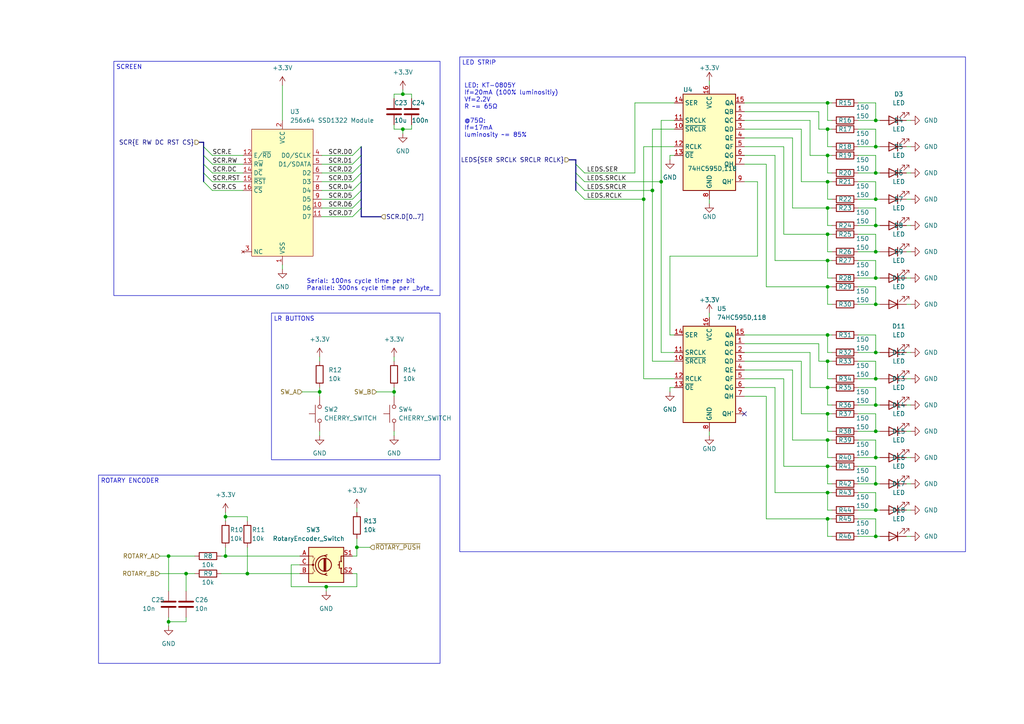
<source format=kicad_sch>
(kicad_sch (version 20230121) (generator eeschema)
  (paper "A4")
  (title_block (title "SBC MMI") (date "2023-10-30"))
  (lib_symbols
    (symbol "74xx:74HC595"
      (property "Reference" "U" (at -7.62 13.97 0))
      (property "Value" "74HC595" (at -7.62 -16.51 0))
      (symbol "74HC595_1_0"
        (pin tri_state line (at 10.16 7.62 180) (length 2.54) (name "QB") (number "1"))
        (pin input line (at -10.16 2.54 0) (length 2.54) (name "~{SRCLR}") (number "10"))
        (pin input line (at -10.16 5.08 0) (length 2.54) (name "SRCLK") (number "11"))
        (pin input line (at -10.16 -2.54 0) (length 2.54) (name "RCLK") (number "12"))
        (pin input line (at -10.16 -5.08 0) (length 2.54) (name "~{OE}") (number "13"))
        (pin input line (at -10.16 10.16 0) (length 2.54) (name "SER") (number "14"))
        (pin tri_state line (at 10.16 10.16 180) (length 2.54) (name "QA") (number "15"))
        (pin power_in line (at 0 15.24 270) (length 2.54) (name "VCC") (number "16"))
        (pin tri_state line (at 10.16 5.08 180) (length 2.54) (name "QC") (number "2"))
        (pin tri_state line (at 10.16 2.54 180) (length 2.54) (name "QD") (number "3"))
        (pin tri_state line (at 10.16 0 180) (length 2.54) (name "QE") (number "4"))
        (pin tri_state line (at 10.16 -2.54 180) (length 2.54) (name "QF") (number "5"))
        (pin tri_state line (at 10.16 -5.08 180) (length 2.54) (name "QG") (number "6"))
        (pin tri_state line (at 10.16 -7.62 180) (length 2.54) (name "QH") (number "7"))
        (pin power_in line (at 0 -17.78 90) (length 2.54) (name "GND") (number "8"))
        (pin output line (at 10.16 -12.7 180) (length 2.54) (name "QH'") (number "9"))
      )
      (symbol "74HC595_1_1"
        (rectangle (start -7.62 12.7) (end 7.62 -15.24) (stroke (width 0.254)) (fill (type background)))
      )
    )
    (symbol "Device:C" (pin_numbers hide) (pin_names (offset 0.254))
      (property "Reference" "C" (at 0.635 2.54 0))
      (property "Value" "C" (at 0.635 -2.54 0))
      (symbol "C_0_1"
        (polyline (pts (xy -2.032 -0.762) (xy 2.032 -0.762)) (stroke (width 0.508)))
        (polyline (pts (xy -2.032 0.762) (xy 2.032 0.762)) (stroke (width 0.508)))
      )
      (symbol "C_1_1"
        (pin passive line (at 0 3.81 270) (length 2.794) (name "~") (number "1"))
        (pin passive line (at 0 -3.81 90) (length 2.794) (name "~") (number "2"))
      )
    )
    (symbol "Device:LED" (pin_numbers hide) (pin_names (offset 1.016) hide)
      (property "Reference" "D" (at 0 2.54 0))
      (property "Value" "LED" (at 0 -2.54 0))
      (symbol "LED_0_1"
        (polyline (pts (xy -1.27 -1.27) (xy -1.27 1.27)) (stroke (width 0.254)))
        (polyline (pts (xy -1.27 0) (xy 1.27 0)))
        (polyline (pts (xy 1.27 -1.27) (xy 1.27 1.27) (xy -1.27 0) (xy 1.27 -1.27)) (stroke (width 0.254)))
        (polyline (pts (xy -3.048 -0.762) (xy -4.572 -2.286) (xy -3.81 -2.286) (xy -4.572 -2.286) (xy -4.572 -1.524)))
        (polyline (pts (xy -1.778 -0.762) (xy -3.302 -2.286) (xy -2.54 -2.286) (xy -3.302 -2.286) (xy -3.302 -1.524)))
      )
      (symbol "LED_1_1"
        (pin passive line (at -3.81 0 0) (length 2.54) (name "K") (number "1"))
        (pin passive line (at 3.81 0 180) (length 2.54) (name "A") (number "2"))
      )
    )
    (symbol "Device:R" (pin_numbers hide) (pin_names (offset 0))
      (property "Reference" "R" (at 2.032 0 90))
      (property "Value" "R" (at 0 0 90))
      (symbol "R_0_1"
        (rectangle (start -1.016 -2.54) (end 1.016 2.54) (stroke (width 0.254)))
      )
      (symbol "R_1_1"
        (pin passive line (at 0 3.81 270) (length 1.27) (name "~") (number "1"))
        (pin passive line (at 0 -3.81 90) (length 1.27) (name "~") (number "2"))
      )
    )
    (symbol "Device:RotaryEncoder_Switch" (pin_names (offset 0.254) hide)
      (property "Reference" "SW" (at 0 6.604 0))
      (property "Value" "RotaryEncoder_Switch" (at 0 -6.604 0))
      (symbol "RotaryEncoder_Switch_0_1"
        (rectangle (start -5.08 5.08) (end 5.08 -5.08) (stroke (width 0.254)) (fill (type background)))
        (circle (center -3.81 0) (radius 0.254) (fill (type outline)))
        (circle (center -0.381 0) (radius 1.905) (stroke (width 0.254)))
        (arc (start -0.381 2.667) (mid -3.0988 -0.0635) (end -0.381 -2.794) (stroke (width 0.254)))
        (polyline (pts (xy -0.635 -1.778) (xy -0.635 1.778)) (stroke (width 0.254)))
        (polyline (pts (xy -0.381 -1.778) (xy -0.381 1.778)) (stroke (width 0.254)))
        (polyline (pts (xy -0.127 1.778) (xy -0.127 -1.778)) (stroke (width 0.254)))
        (polyline (pts (xy 3.81 0) (xy 3.429 0)) (stroke (width 0.254)))
        (polyline (pts (xy 3.81 1.016) (xy 3.81 -1.016)) (stroke (width 0.254)))
        (polyline (pts (xy -5.08 -2.54) (xy -3.81 -2.54) (xy -3.81 -2.032)))
        (polyline (pts (xy -5.08 2.54) (xy -3.81 2.54) (xy -3.81 2.032)))
        (polyline (pts (xy 0.254 -3.048) (xy -0.508 -2.794) (xy 0.127 -2.413)) (stroke (width 0.254)))
        (polyline (pts (xy 0.254 2.921) (xy -0.508 2.667) (xy 0.127 2.286)) (stroke (width 0.254)))
        (polyline (pts (xy 5.08 -2.54) (xy 4.318 -2.54) (xy 4.318 -1.016)) (stroke (width 0.254)))
        (polyline (pts (xy 5.08 2.54) (xy 4.318 2.54) (xy 4.318 1.016)) (stroke (width 0.254)))
        (polyline (pts (xy -5.08 0) (xy -3.81 0) (xy -3.81 -1.016) (xy -3.302 -2.032)))
        (polyline (pts (xy -4.318 0) (xy -3.81 0) (xy -3.81 1.016) (xy -3.302 2.032)))
        (circle (center 4.318 -1.016) (radius 0.127) (stroke (width 0.254)))
        (circle (center 4.318 1.016) (radius 0.127) (stroke (width 0.254)))
      )
      (symbol "RotaryEncoder_Switch_1_1"
        (pin passive line (at -7.62 2.54 0) (length 2.54) (name "A") (number "A"))
        (pin passive line (at -7.62 -2.54 0) (length 2.54) (name "B") (number "B"))
        (pin passive line (at -7.62 0 0) (length 2.54) (name "C") (number "C"))
        (pin passive line (at 7.62 2.54 180) (length 2.54) (name "S1") (number "S1"))
        (pin passive line (at 7.62 -2.54 180) (length 2.54) (name "S2") (number "S2"))
      )
    )
    (symbol "Switch:SW_Push" (pin_numbers hide) (pin_names (offset 1.016) hide)
      (property "Reference" "SW" (at 1.27 2.54 0))
      (property "Value" "SW_Push" (at 0 -1.524 0))
      (symbol "SW_Push_0_1"
        (circle (center -2.032 0) (radius 0.508))
        (polyline (pts (xy 0 1.27) (xy 0 3.048)))
        (polyline (pts (xy 2.54 1.27) (xy -2.54 1.27)))
        (circle (center 2.032 0) (radius 0.508))
        (pin passive line (at -5.08 0 0) (length 2.54) (name "1") (number "1"))
        (pin passive line (at 5.08 0 180) (length 2.54) (name "2") (number "2"))
      )
    )
    (symbol "power:+3.3V" (power) (pin_names (offset 0))
      (property "Value" "+3.3V" (at 0 3.556 0))
      (symbol "+3.3V_0_1"
        (polyline (pts (xy -0.762 1.27) (xy 0 2.54)))
        (polyline (pts (xy 0 0) (xy 0 2.54)))
        (polyline (pts (xy 0 2.54) (xy 0.762 1.27)))
      )
      (symbol "+3.3V_1_1"
        (pin power_in line (at 0 0 90) (length 0) hide (name "+3.3V") (number "1"))
      )
    )
    (symbol "power:GND" (power) (pin_names (offset 0))
      (property "Value" "GND" (at 0 -3.81 0))
      (symbol "GND_0_1"
        (polyline (pts (xy 0 0) (xy 0 -1.27) (xy 1.27 -1.27) (xy 0 -2.54) (xy -1.27 -1.27) (xy 0 -1.27)))
      )
      (symbol "GND_1_1"
        (pin power_in line (at 0 0 270) (length 0) hide (name "GND") (number "1"))
      )
    )
    (symbol "sbc_library:module_oled_SSD1322"
      (property "Reference" "U" (at -7.62 19.05 0))
      (property "Value" "256x64 SSD1322 Module" (at -2.54 -5.08 90))
      (symbol "module_oled_SSD1322_1_1"
        (rectangle (start -8.89 17.78) (end 8.89 -19.05) (fill (type background)))
        (pin power_in line (at 0 -21.59 90) (length 2.54) (name "VSS") (number "1"))
        (pin bidirectional line (at 11.43 -5.08 180) (length 2.54) (name "D6") (number "10"))
        (pin bidirectional line (at 11.43 -7.62 180) (length 2.54) (name "D7") (number "11"))
        (pin bidirectional line (at -11.43 10.16 0) (length 2.54) (name "E/~{RD}") (number "12"))
        (pin bidirectional line (at -11.43 7.62 0) (length 2.54) (name "R~{W}") (number "13"))
        (pin bidirectional line (at -11.43 5.08 0) (length 2.54) (name "D~{C}") (number "14"))
        (pin bidirectional line (at -11.43 2.54 0) (length 2.54) (name "~{RST}") (number "15"))
        (pin bidirectional line (at -11.43 0 0) (length 2.54) (name "~{CS}") (number "16"))
        (pin power_in line (at 0 20.32 270) (length 2.54) (name "VCC") (number "2"))
        (pin no_connect line (at -11.43 -17.78 0) (length 2.54) (name "NC") (number "3"))
        (pin bidirectional line (at 11.43 10.16 180) (length 2.54) (name "D0/SCLK") (number "4"))
        (pin bidirectional line (at 11.43 7.62 180) (length 2.54) (name "D1/SDATA") (number "5"))
        (pin bidirectional line (at 11.43 5.08 180) (length 2.54) (name "D2") (number "6"))
        (pin bidirectional line (at 11.43 2.54 180) (length 2.54) (name "D3") (number "7"))
        (pin bidirectional line (at 11.43 0 180) (length 2.54) (name "D4") (number "8"))
        (pin bidirectional line (at 11.43 -2.54 180) (length 2.54) (name "D5") (number "9"))
      )
    )
  )
  (junction (at 240.03 75.565))
  (junction (at 240.03 67.945))
  (junction (at 240.03 142.875))
  (junction (at 254 109.855))
  (junction (at 240.03 52.705))
  (junction (at 240.03 120.015))
  (junction (at 240.03 60.325))
  (junction (at 254 132.715))
  (junction (at 92.71 113.665))
  (junction (at 191.77 52.705))
  (junction (at 254 155.575))
  (junction (at 254 125.095))
  (junction (at 254 57.785))
  (junction (at 53.975 166.37))
  (junction (at 48.895 161.29))
  (junction (at 240.03 150.495))
  (junction (at 254 102.235))
  (junction (at 240.03 112.395))
  (junction (at 254 80.645))
  (junction (at 114.3 113.665))
  (junction (at 71.755 166.37))
  (junction (at 189.23 55.245))
  (junction (at 254 42.545))
  (junction (at 240.03 135.255))
  (junction (at 94.615 170.18))
  (junction (at 254 50.165))
  (junction (at 240.03 29.845))
  (junction (at 254 73.025))
  (junction (at 240.03 127.635))
  (junction (at 116.84 27.305))
  (junction (at 254 117.475))
  (junction (at 240.03 97.155))
  (junction (at 240.03 37.465))
  (junction (at 254 34.925))
  (junction (at 240.03 104.775))
  (junction (at 65.405 149.86))
  (junction (at 254 147.955))
  (junction (at 240.03 83.185))
  (junction (at 186.69 57.785))
  (junction (at 65.405 161.29))
  (junction (at 254 88.265))
  (junction (at 254 140.335))
  (junction (at 116.84 37.465))
  (junction (at 48.895 180.34))
  (junction (at 103.505 158.75))
  (junction (at 254 65.405))
  (junction (at 240.03 45.085))
  (no_connect (at 215.9 120.015))
  (bus_entry (at 104.775 55.245) (size -2.54 2.54))
  (bus_entry (at 104.775 52.705) (size -2.54 2.54))
  (bus_entry (at 167.005 47.625) (size 2.54 2.54))
  (bus_entry (at 104.775 47.625) (size -2.54 2.54))
  (bus_entry (at 104.775 45.085) (size -2.54 2.54))
  (bus_entry (at 104.775 42.545) (size -2.54 2.54))
  (bus_entry (at 167.005 55.245) (size 2.54 2.54))
  (bus_entry (at 104.775 50.165) (size -2.54 2.54))
  (bus_entry (at 167.005 50.165) (size 2.54 2.54))
  (bus_entry (at 59.055 50.165) (size 2.54 2.54))
  (bus_entry (at 59.055 52.705) (size 2.54 2.54))
  (bus_entry (at 104.775 60.325) (size -2.54 2.54))
  (bus_entry (at 167.005 52.705) (size 2.54 2.54))
  (bus_entry (at 59.055 45.085) (size 2.54 2.54))
  (bus_entry (at 59.055 42.545) (size 2.54 2.54))
  (bus_entry (at 104.775 57.785) (size -2.54 2.54))
  (bus_entry (at 59.055 47.625) (size 2.54 2.54))
  (wire (pts (xy 215.9 52.705) (xy 219.71 52.705)))
  (wire (pts (xy 191.77 102.235) (xy 191.77 52.705)))
  (wire (pts (xy 262.89 80.645) (xy 264.16 80.645)))
  (wire (pts (xy 254 147.955) (xy 255.27 147.955)))
  (wire (pts (xy 254 140.335) (xy 248.92 140.335)))
  (bus (pts (xy 167.005 50.165) (xy 167.005 47.625)))
  (wire (pts (xy 65.405 149.86) (xy 71.755 149.86)))
  (wire (pts (xy 232.41 104.775) (xy 232.41 120.015)))
  (wire (pts (xy 254 127.635) (xy 254 132.715)))
  (wire (pts (xy 229.87 127.635) (xy 240.03 127.635)))
  (bus (pts (xy 104.775 57.785) (xy 104.775 55.245)))
  (wire (pts (xy 194.31 46.355) (xy 194.31 45.085)))
  (wire (pts (xy 103.505 158.75) (xy 107.315 158.75)))
  (wire (pts (xy 215.9 40.005) (xy 229.87 40.005)))
  (bus (pts (xy 59.055 50.165) (xy 59.055 52.705)))
  (wire (pts (xy 262.89 155.575) (xy 264.16 155.575)))
  (wire (pts (xy 189.23 104.775) (xy 189.23 55.245)))
  (wire (pts (xy 262.89 57.785) (xy 264.16 57.785)))
  (wire (pts (xy 232.41 120.015) (xy 240.03 120.015)))
  (wire (pts (xy 186.69 42.545) (xy 195.58 42.545)))
  (wire (pts (xy 227.33 67.945) (xy 240.03 67.945)))
  (wire (pts (xy 254 117.475) (xy 248.92 117.475)))
  (wire (pts (xy 81.915 76.835) (xy 81.915 78.105)))
  (wire (pts (xy 254 104.775) (xy 254 109.855)))
  (wire (pts (xy 222.25 83.185) (xy 240.03 83.185)))
  (wire (pts (xy 254 155.575) (xy 248.92 155.575)))
  (wire (pts (xy 240.03 73.025) (xy 240.03 67.945)))
  (wire (pts (xy 248.92 127.635) (xy 254 127.635)))
  (wire (pts (xy 240.03 102.235) (xy 240.03 97.155)))
  (wire (pts (xy 234.95 34.925) (xy 234.95 45.085)))
  (wire (pts (xy 215.9 109.855) (xy 227.33 109.855)))
  (wire (pts (xy 103.505 166.37) (xy 103.505 170.18)))
  (bus (pts (xy 59.055 42.545) (xy 59.055 41.275)))
  (wire (pts (xy 48.895 161.29) (xy 56.515 161.29)))
  (wire (pts (xy 232.41 52.705) (xy 240.03 52.705)))
  (wire (pts (xy 248.92 52.705) (xy 254 52.705)))
  (wire (pts (xy 169.545 55.245) (xy 189.23 55.245)))
  (wire (pts (xy 46.355 166.37) (xy 53.975 166.37)))
  (wire (pts (xy 262.89 50.165) (xy 264.16 50.165)))
  (wire (pts (xy 116.84 26.035) (xy 116.84 27.305)))
  (wire (pts (xy 240.03 125.095) (xy 241.3 125.095)))
  (wire (pts (xy 254 155.575) (xy 255.27 155.575)))
  (wire (pts (xy 254 67.945) (xy 254 73.025)))
  (wire (pts (xy 240.03 125.095) (xy 240.03 120.015)))
  (wire (pts (xy 254 80.645) (xy 255.27 80.645)))
  (wire (pts (xy 240.03 42.545) (xy 240.03 37.465)))
  (wire (pts (xy 240.03 60.325) (xy 241.3 60.325)))
  (wire (pts (xy 169.545 50.165) (xy 184.15 50.165)))
  (wire (pts (xy 94.615 170.18) (xy 94.615 171.45)))
  (wire (pts (xy 114.3 125.095) (xy 114.3 126.365)))
  (wire (pts (xy 103.505 158.75) (xy 103.505 156.21)))
  (wire (pts (xy 227.33 109.855) (xy 227.33 135.255)))
  (wire (pts (xy 240.03 34.925) (xy 241.3 34.925)))
  (wire (pts (xy 262.89 88.265) (xy 264.16 88.265)))
  (wire (pts (xy 186.69 57.785) (xy 186.69 42.545)))
  (wire (pts (xy 71.755 158.75) (xy 71.755 166.37)))
  (wire (pts (xy 71.755 166.37) (xy 86.995 166.37)))
  (wire (pts (xy 114.3 37.465) (xy 116.84 37.465)))
  (wire (pts (xy 93.345 60.325) (xy 102.235 60.325)))
  (wire (pts (xy 240.03 88.265) (xy 240.03 83.185)))
  (wire (pts (xy 195.58 104.775) (xy 189.23 104.775)))
  (wire (pts (xy 248.92 120.015) (xy 254 120.015)))
  (wire (pts (xy 254 42.545) (xy 255.27 42.545)))
  (bus (pts (xy 59.055 45.085) (xy 59.055 47.625)))
  (wire (pts (xy 240.03 80.645) (xy 241.3 80.645)))
  (wire (pts (xy 240.03 29.845) (xy 241.3 29.845)))
  (wire (pts (xy 254 109.855) (xy 255.27 109.855)))
  (wire (pts (xy 248.92 112.395) (xy 254 112.395)))
  (wire (pts (xy 254 88.265) (xy 255.27 88.265)))
  (wire (pts (xy 94.615 170.18) (xy 103.505 170.18)))
  (wire (pts (xy 205.74 90.805) (xy 205.74 92.075)))
  (wire (pts (xy 215.9 29.845) (xy 240.03 29.845)))
  (wire (pts (xy 195.58 102.235) (xy 191.77 102.235)))
  (wire (pts (xy 194.31 45.085) (xy 195.58 45.085)))
  (wire (pts (xy 240.03 142.875) (xy 241.3 142.875)))
  (wire (pts (xy 248.92 37.465) (xy 254 37.465)))
  (wire (pts (xy 93.345 55.245) (xy 102.235 55.245)))
  (wire (pts (xy 53.975 166.37) (xy 53.975 171.45)))
  (wire (pts (xy 93.345 45.085) (xy 102.235 45.085)))
  (wire (pts (xy 254 140.335) (xy 255.27 140.335)))
  (wire (pts (xy 254 150.495) (xy 254 155.575)))
  (wire (pts (xy 248.92 75.565) (xy 254 75.565)))
  (bus (pts (xy 165.1 46.355) (xy 167.005 46.355)))
  (wire (pts (xy 240.03 67.945) (xy 241.3 67.945)))
  (wire (pts (xy 248.92 104.775) (xy 254 104.775)))
  (wire (pts (xy 254 42.545) (xy 248.92 42.545)))
  (wire (pts (xy 240.03 147.955) (xy 241.3 147.955)))
  (wire (pts (xy 254 109.855) (xy 248.92 109.855)))
  (wire (pts (xy 254 135.255) (xy 254 140.335)))
  (wire (pts (xy 254 52.705) (xy 254 57.785)))
  (wire (pts (xy 65.405 148.59) (xy 65.405 149.86)))
  (wire (pts (xy 215.9 114.935) (xy 222.25 114.935)))
  (wire (pts (xy 195.58 112.395) (xy 194.31 112.395)))
  (wire (pts (xy 215.9 102.235) (xy 234.95 102.235)))
  (wire (pts (xy 248.92 45.085) (xy 254 45.085)))
  (wire (pts (xy 240.03 147.955) (xy 240.03 142.875)))
  (wire (pts (xy 224.79 45.085) (xy 224.79 75.565)))
  (bus (pts (xy 57.785 41.275) (xy 59.055 41.275)))
  (wire (pts (xy 240.03 140.335) (xy 241.3 140.335)))
  (wire (pts (xy 194.31 112.395) (xy 194.31 113.665)))
  (bus (pts (xy 104.775 50.165) (xy 104.775 47.625)))
  (wire (pts (xy 237.49 104.775) (xy 240.03 104.775)))
  (wire (pts (xy 240.03 50.165) (xy 240.03 45.085)))
  (wire (pts (xy 215.9 37.465) (xy 232.41 37.465)))
  (wire (pts (xy 254 117.475) (xy 255.27 117.475)))
  (wire (pts (xy 215.9 112.395) (xy 224.79 112.395)))
  (wire (pts (xy 215.9 42.545) (xy 227.33 42.545)))
  (wire (pts (xy 48.895 179.07) (xy 48.895 180.34)))
  (wire (pts (xy 215.9 45.085) (xy 224.79 45.085)))
  (wire (pts (xy 254 142.875) (xy 254 147.955)))
  (bus (pts (xy 167.005 52.705) (xy 167.005 50.165)))
  (wire (pts (xy 93.345 50.165) (xy 102.235 50.165)))
  (wire (pts (xy 240.03 109.855) (xy 240.03 104.775)))
  (wire (pts (xy 237.49 99.695) (xy 237.49 104.775)))
  (wire (pts (xy 254 97.155) (xy 254 102.235)))
  (wire (pts (xy 262.89 65.405) (xy 264.16 65.405)))
  (wire (pts (xy 254 65.405) (xy 255.27 65.405)))
  (wire (pts (xy 248.92 150.495) (xy 254 150.495)))
  (wire (pts (xy 71.755 149.86) (xy 71.755 151.13)))
  (wire (pts (xy 215.9 97.155) (xy 240.03 97.155)))
  (wire (pts (xy 240.03 109.855) (xy 241.3 109.855)))
  (wire (pts (xy 93.345 52.705) (xy 102.235 52.705)))
  (wire (pts (xy 194.31 97.155) (xy 195.58 97.155)))
  (wire (pts (xy 227.33 135.255) (xy 240.03 135.255)))
  (bus (pts (xy 104.775 60.325) (xy 104.775 57.785)))
  (wire (pts (xy 262.89 109.855) (xy 264.16 109.855)))
  (wire (pts (xy 215.9 104.775) (xy 232.41 104.775)))
  (wire (pts (xy 254 34.925) (xy 255.27 34.925)))
  (wire (pts (xy 254 83.185) (xy 254 88.265)))
  (wire (pts (xy 254 125.095) (xy 248.92 125.095)))
  (bus (pts (xy 104.775 52.705) (xy 104.775 50.165)))
  (wire (pts (xy 116.84 27.305) (xy 119.38 27.305)))
  (wire (pts (xy 224.79 112.395) (xy 224.79 142.875)))
  (wire (pts (xy 234.95 45.085) (xy 240.03 45.085)))
  (wire (pts (xy 240.03 127.635) (xy 241.3 127.635)))
  (wire (pts (xy 262.89 117.475) (xy 264.16 117.475)))
  (wire (pts (xy 195.58 109.855) (xy 186.69 109.855)))
  (wire (pts (xy 254 147.955) (xy 248.92 147.955)))
  (wire (pts (xy 102.235 161.29) (xy 103.505 161.29)))
  (wire (pts (xy 262.89 132.715) (xy 264.16 132.715)))
  (wire (pts (xy 240.03 50.165) (xy 241.3 50.165)))
  (wire (pts (xy 195.58 29.845) (xy 184.15 29.845)))
  (wire (pts (xy 191.77 52.705) (xy 191.77 34.925)))
  (wire (pts (xy 248.92 67.945) (xy 254 67.945)))
  (wire (pts (xy 240.03 57.785) (xy 241.3 57.785)))
  (wire (pts (xy 254 80.645) (xy 248.92 80.645)))
  (wire (pts (xy 48.895 180.34) (xy 53.975 180.34)))
  (wire (pts (xy 240.03 140.335) (xy 240.03 135.255)))
  (wire (pts (xy 254 65.405) (xy 248.92 65.405)))
  (wire (pts (xy 64.135 166.37) (xy 71.755 166.37)))
  (wire (pts (xy 119.38 37.465) (xy 119.38 36.195)))
  (wire (pts (xy 114.3 36.195) (xy 114.3 37.465)))
  (wire (pts (xy 224.79 142.875) (xy 240.03 142.875)))
  (wire (pts (xy 240.03 117.475) (xy 240.03 112.395)))
  (wire (pts (xy 254 29.845) (xy 254 34.925)))
  (wire (pts (xy 222.25 114.935) (xy 222.25 150.495)))
  (wire (pts (xy 81.915 24.765) (xy 81.915 34.925)))
  (wire (pts (xy 240.03 65.405) (xy 241.3 65.405)))
  (wire (pts (xy 227.33 42.545) (xy 227.33 67.945)))
  (wire (pts (xy 234.95 102.235) (xy 234.95 112.395)))
  (wire (pts (xy 248.92 135.255) (xy 254 135.255)))
  (wire (pts (xy 194.31 97.155) (xy 194.31 74.295)))
  (wire (pts (xy 234.95 112.395) (xy 240.03 112.395)))
  (wire (pts (xy 240.03 42.545) (xy 241.3 42.545)))
  (wire (pts (xy 240.03 102.235) (xy 241.3 102.235)))
  (bus (pts (xy 104.775 60.325) (xy 104.775 62.865)))
  (wire (pts (xy 65.405 161.29) (xy 86.995 161.29)))
  (wire (pts (xy 237.49 37.465) (xy 240.03 37.465)))
  (wire (pts (xy 232.41 37.465) (xy 232.41 52.705)))
  (bus (pts (xy 104.775 45.085) (xy 104.775 42.545)))
  (wire (pts (xy 240.03 135.255) (xy 241.3 135.255)))
  (wire (pts (xy 109.22 113.665) (xy 114.3 113.665)))
  (wire (pts (xy 48.895 180.34) (xy 48.895 181.61)))
  (wire (pts (xy 84.455 163.83) (xy 84.455 170.18)))
  (wire (pts (xy 189.23 55.245) (xy 189.23 37.465)))
  (wire (pts (xy 189.23 37.465) (xy 195.58 37.465)))
  (wire (pts (xy 262.89 42.545) (xy 264.16 42.545)))
  (wire (pts (xy 240.03 120.015) (xy 241.3 120.015)))
  (wire (pts (xy 262.89 125.095) (xy 264.16 125.095)))
  (wire (pts (xy 222.25 47.625) (xy 222.25 83.185)))
  (wire (pts (xy 248.92 97.155) (xy 254 97.155)))
  (bus (pts (xy 167.005 47.625) (xy 167.005 46.355)))
  (wire (pts (xy 116.84 37.465) (xy 119.38 37.465)))
  (wire (pts (xy 254 50.165) (xy 255.27 50.165)))
  (wire (pts (xy 240.03 155.575) (xy 241.3 155.575)))
  (wire (pts (xy 191.77 34.925) (xy 195.58 34.925)))
  (wire (pts (xy 254 34.925) (xy 248.92 34.925)))
  (wire (pts (xy 254 102.235) (xy 248.92 102.235)))
  (wire (pts (xy 240.03 52.705) (xy 241.3 52.705)))
  (wire (pts (xy 222.25 150.495) (xy 240.03 150.495)))
  (wire (pts (xy 254 57.785) (xy 255.27 57.785)))
  (wire (pts (xy 205.74 57.785) (xy 205.74 59.055)))
  (wire (pts (xy 61.595 47.625) (xy 70.485 47.625)))
  (wire (pts (xy 229.87 40.005) (xy 229.87 60.325)))
  (wire (pts (xy 46.355 161.29) (xy 48.895 161.29)))
  (wire (pts (xy 240.03 37.465) (xy 241.3 37.465)))
  (wire (pts (xy 254 102.235) (xy 255.27 102.235)))
  (bus (pts (xy 104.775 47.625) (xy 104.775 45.085)))
  (wire (pts (xy 229.87 107.315) (xy 229.87 127.635)))
  (wire (pts (xy 219.71 74.295) (xy 219.71 52.705)))
  (wire (pts (xy 240.03 57.785) (xy 240.03 52.705)))
  (wire (pts (xy 48.895 161.29) (xy 48.895 171.45)))
  (wire (pts (xy 215.9 107.315) (xy 229.87 107.315)))
  (wire (pts (xy 248.92 60.325) (xy 254 60.325)))
  (wire (pts (xy 114.3 113.665) (xy 114.3 114.935)))
  (wire (pts (xy 254 50.165) (xy 248.92 50.165)))
  (wire (pts (xy 240.03 117.475) (xy 241.3 117.475)))
  (wire (pts (xy 114.3 28.575) (xy 114.3 27.305)))
  (wire (pts (xy 248.92 83.185) (xy 254 83.185)))
  (wire (pts (xy 240.03 34.925) (xy 240.03 29.845)))
  (wire (pts (xy 61.595 52.705) (xy 70.485 52.705)))
  (wire (pts (xy 116.84 38.735) (xy 116.84 37.465)))
  (wire (pts (xy 92.71 113.665) (xy 92.71 114.935)))
  (wire (pts (xy 93.345 47.625) (xy 102.235 47.625)))
  (wire (pts (xy 240.03 132.715) (xy 240.03 127.635)))
  (wire (pts (xy 240.03 97.155) (xy 241.3 97.155)))
  (wire (pts (xy 240.03 112.395) (xy 241.3 112.395)))
  (wire (pts (xy 93.345 57.785) (xy 102.235 57.785)))
  (wire (pts (xy 254 73.025) (xy 255.27 73.025)))
  (wire (pts (xy 215.9 99.695) (xy 237.49 99.695)))
  (wire (pts (xy 224.79 75.565) (xy 240.03 75.565)))
  (wire (pts (xy 215.9 47.625) (xy 222.25 47.625)))
  (wire (pts (xy 102.235 166.37) (xy 103.505 166.37)))
  (bus (pts (xy 59.055 47.625) (xy 59.055 50.165)))
  (wire (pts (xy 240.03 132.715) (xy 241.3 132.715)))
  (wire (pts (xy 240.03 150.495) (xy 241.3 150.495)))
  (wire (pts (xy 93.345 62.865) (xy 102.235 62.865)))
  (wire (pts (xy 240.03 83.185) (xy 241.3 83.185)))
  (wire (pts (xy 53.975 180.34) (xy 53.975 179.07)))
  (bus (pts (xy 104.775 55.245) (xy 104.775 52.705)))
  (wire (pts (xy 240.03 65.405) (xy 240.03 60.325)))
  (wire (pts (xy 114.3 103.505) (xy 114.3 104.775)))
  (wire (pts (xy 240.03 73.025) (xy 241.3 73.025)))
  (wire (pts (xy 64.135 161.29) (xy 65.405 161.29)))
  (bus (pts (xy 167.005 55.245) (xy 167.005 52.705)))
  (wire (pts (xy 240.03 88.265) (xy 241.3 88.265)))
  (wire (pts (xy 103.505 147.32) (xy 103.505 148.59)))
  (wire (pts (xy 240.03 155.575) (xy 240.03 150.495)))
  (wire (pts (xy 194.31 74.295) (xy 219.71 74.295)))
  (wire (pts (xy 262.89 147.955) (xy 264.16 147.955)))
  (bus (pts (xy 104.775 62.865) (xy 110.49 62.865)))
  (wire (pts (xy 114.3 112.395) (xy 114.3 113.665)))
  (wire (pts (xy 254 112.395) (xy 254 117.475)))
  (wire (pts (xy 119.38 27.305) (xy 119.38 28.575)))
  (wire (pts (xy 114.3 27.305) (xy 116.84 27.305)))
  (wire (pts (xy 61.595 55.245) (xy 70.485 55.245)))
  (wire (pts (xy 240.03 80.645) (xy 240.03 75.565)))
  (wire (pts (xy 262.89 34.925) (xy 264.16 34.925)))
  (wire (pts (xy 237.49 32.385) (xy 237.49 37.465)))
  (wire (pts (xy 215.9 34.925) (xy 234.95 34.925)))
  (wire (pts (xy 84.455 170.18) (xy 94.615 170.18)))
  (wire (pts (xy 92.71 103.505) (xy 92.71 104.775)))
  (wire (pts (xy 254 120.015) (xy 254 125.095)))
  (wire (pts (xy 205.74 125.095) (xy 205.74 126.365)))
  (wire (pts (xy 248.92 142.875) (xy 254 142.875)))
  (bus (pts (xy 59.055 42.545) (xy 59.055 45.085)))
  (wire (pts (xy 254 60.325) (xy 254 65.405)))
  (wire (pts (xy 254 37.465) (xy 254 42.545)))
  (wire (pts (xy 205.74 23.495) (xy 205.74 24.765)))
  (wire (pts (xy 262.89 73.025) (xy 264.16 73.025)))
  (wire (pts (xy 61.595 50.165) (xy 70.485 50.165)))
  (wire (pts (xy 92.71 125.095) (xy 92.71 126.365)))
  (wire (pts (xy 240.03 104.775) (xy 241.3 104.775)))
  (wire (pts (xy 254 125.095) (xy 255.27 125.095)))
  (wire (pts (xy 186.69 109.855) (xy 186.69 57.785)))
  (wire (pts (xy 262.89 140.335) (xy 264.16 140.335)))
  (wire (pts (xy 254 132.715) (xy 248.92 132.715)))
  (wire (pts (xy 103.505 161.29) (xy 103.505 158.75)))
  (wire (pts (xy 240.03 75.565) (xy 241.3 75.565)))
  (wire (pts (xy 65.405 149.86) (xy 65.405 151.13)))
  (wire (pts (xy 254 73.025) (xy 248.92 73.025)))
  (wire (pts (xy 92.71 112.395) (xy 92.71 113.665)))
  (wire (pts (xy 254 57.785) (xy 248.92 57.785)))
  (wire (pts (xy 215.9 32.385) (xy 237.49 32.385)))
  (wire (pts (xy 229.87 60.325) (xy 240.03 60.325)))
  (wire (pts (xy 61.595 45.085) (xy 70.485 45.085)))
  (wire (pts (xy 240.03 45.085) (xy 241.3 45.085)))
  (wire (pts (xy 169.545 57.785) (xy 186.69 57.785)))
  (wire (pts (xy 262.89 102.235) (xy 264.16 102.235)))
  (wire (pts (xy 86.995 163.83) (xy 84.455 163.83)))
  (wire (pts (xy 254 88.265) (xy 248.92 88.265)))
  (wire (pts (xy 248.92 29.845) (xy 254 29.845)))
  (wire (pts (xy 169.545 52.705) (xy 191.77 52.705)))
  (wire (pts (xy 254 75.565) (xy 254 80.645)))
  (wire (pts (xy 87.63 113.665) (xy 92.71 113.665)))
  (wire (pts (xy 53.975 166.37) (xy 56.515 166.37)))
  (wire (pts (xy 65.405 158.75) (xy 65.405 161.29)))
  (wire (pts (xy 254 45.085) (xy 254 50.165)))
  (wire (pts (xy 184.15 29.845) (xy 184.15 50.165)))
  (wire (pts (xy 254 132.715) (xy 255.27 132.715)))
  (rectangle (start 33.02 17.78) (end 127.635 85.725))
  (rectangle (start 78.74 90.805) (end 127.635 133.35))
  (rectangle (start 133.35 16.51) (end 280.035 160.02))
  (rectangle (start 28.575 137.795) (end 127.635 192.405))
  (text "LED: KT-0805Y\nIf=20mA (100% luminositiy)\nVf=2.2V\nR ~= 65Ω\n\n@75Ω:\nIf=17mA\nluminosity ~= 85%" (at 134.62 40.005 0) (effects (font (size 1.27 1.27)) (justify left bottom)))
  (text "LED STRIP" (at 133.985 19.05 0) (effects (font (size 1.27 1.27)) (justify left bottom)))
  (text "ROTARY ENCODER" (at 29.21 140.335 0) (effects (font (size 1.27 1.27)) (justify left bottom)))
  (text "Serial: 100ns cycle time per bit\nParallel: 300ns cycle time per _byte_" (at 88.9 84.455 0) (effects (font (size 1.27 1.27)) (justify left bottom)))
  (text "SCREEN" (at 33.655 20.32 0) (effects (font (size 1.27 1.27)) (justify left bottom)))
  (text "LR BUTTONS" (at 79.375 93.345 0) (effects (font (size 1.27 1.27)) (justify left bottom)))
  (label "SCR.D6" (at 102.235 60.325 180))
  (label "LEDS.SER" (at 170.18 50.165 0))
  (label "SCR.D3" (at 102.235 52.705 180))
  (label "LEDS.SRCLK" (at 170.18 52.705 0))
  (label "LEDS.RCLK" (at 170.18 57.785 0))
  (label "SCR.E" (at 61.595 45.085 0))
  (label "SCR.RST" (at 61.595 52.705 0))
  (label "SCR.D0" (at 102.235 45.085 180))
  (label "LEDS.SRCLR" (at 170.18 55.245 0))
  (label "SCR.D2" (at 102.235 50.165 180))
  (label "SCR.D1" (at 102.235 47.625 180))
  (label "SCR.D5" (at 102.235 57.785 180))
  (label "SCR.DC" (at 61.595 50.165 0))
  (label "SCR.D7" (at 102.235 62.865 180))
  (label "SCR.RW" (at 61.595 47.625 0))
  (label "SCR.CS" (at 61.595 55.245 0))
  (label "SCR.D4" (at 102.235 55.245 180))
  (hierarchical_label "SCR{E RW DC RST CS}" (shape input) (at 57.785 41.275 180))
  (hierarchical_label "ROTARY_A" (shape input) (at 46.355 161.29 180))
  (hierarchical_label "~{ROTARY_PUSH}" (shape input) (at 107.315 158.75 0))
  (hierarchical_label "ROTARY_B" (shape input) (at 46.355 166.37 180))
  (hierarchical_label "SCR.D[0..7]" (shape input) (at 110.49 62.865 0))
  (hierarchical_label "SW_B" (shape input) (at 109.22 113.665 180))
  (hierarchical_label "SW_A" (shape input) (at 87.63 113.665 180))
  (hierarchical_label "LEDS{SER SRCLK SRCLR RCLK}" (shape input) (at 165.1 46.355 180))
  (symbol (lib_id "Device:R") (at 245.11 29.845 90) (unit 1)
    (property "Reference" "R15" (at 245.11 29.845 90))
    (property "Value" "150" (at 250.19 31.115 90))
    (property "Footprint" "Resistor_SMD:R_0603_1608Metric" (effects hide))
    (property "Part Name" "0603WAF1500T5E" (effects hide))
    (property "LCSC" "C22808" (effects hide))
  )
  (symbol (lib_id "power:+3.3V") (at 103.505 147.32 0) (unit 1)
    (property "Reference" "#PWR040" (effects hide))
    (property "Value" "+3.3V" (at 103.505 142.24 0))
  )
  (symbol (lib_id "power:+3.3V") (at 205.74 23.495 0) (unit 1)
    (property "Reference" "#PWR047" (effects hide))
    (property "Value" "+3.3V" (at 205.74 19.685 0))
  )
  (symbol (lib_id "power:GND") (at 264.16 34.925 90) (unit 1)
    (property "Reference" "#PWR051" (effects hide))
    (property "Value" "GND" (at 267.97 34.925 90) (effects (justify right)))
  )
  (symbol (lib_id "Device:R") (at 245.11 37.465 90) (unit 1)
    (property "Reference" "R17" (at 245.11 37.465 90))
    (property "Value" "150" (at 250.19 38.735 90))
    (property "Footprint" "Resistor_SMD:R_0603_1608Metric" (effects hide))
    (property "Part Name" "0603WAF1500T5E" (effects hide))
    (property "LCSC" "C22808" (effects hide))
  )
  (symbol (lib_id "power:GND") (at 264.16 140.335 90) (unit 1)
    (property "Reference" "#PWR064" (effects hide))
    (property "Value" "GND" (at 267.97 140.335 90) (effects (justify right)))
  )
  (symbol (lib_id "Device:R") (at 245.11 42.545 90) (unit 1)
    (property "Reference" "R18" (at 245.11 42.545 90))
    (property "Value" "150" (at 250.19 41.275 90))
    (property "Footprint" "Resistor_SMD:R_0603_1608Metric" (effects hide))
    (property "Part Name" "0603WAF1500T5E" (effects hide))
    (property "LCSC" "C22808" (effects hide))
  )
  (symbol (lib_id "Device:LED") (at 259.08 102.235 180) (unit 1)
    (property "Reference" "D11" (at 260.6675 94.615 0))
    (property "Value" "LED" (at 260.6675 97.155 0))
    (property "Footprint" "LED_SMD:LED_0805_2012Metric" (effects hide))
    (property "Part Name" "KT-0805Y" (effects hide))
    (property "LCSC" "C2296" (effects hide))
  )
  (symbol (lib_id "power:GND") (at 94.615 171.45 0) (unit 1)
    (property "Reference" "#PWR039" (effects hide))
    (property "Value" "GND" (at 94.615 176.53 0))
  )
  (symbol (lib_id "Device:R") (at 245.11 155.575 90) (unit 1)
    (property "Reference" "R46" (at 245.11 155.575 90))
    (property "Value" "150" (at 250.19 154.305 90))
    (property "Footprint" "Resistor_SMD:R_0603_1608Metric" (effects hide))
    (property "Part Name" "0603WAF1500T5E" (effects hide))
    (property "LCSC" "C22808" (effects hide))
  )
  (symbol (lib_id "power:GND") (at 264.16 73.025 90) (unit 1)
    (property "Reference" "#PWR056" (effects hide))
    (property "Value" "GND" (at 267.97 73.025 90) (effects (justify right)))
  )
  (symbol (lib_id "Device:R") (at 245.11 60.325 90) (unit 1)
    (property "Reference" "R23" (at 245.11 60.325 90))
    (property "Value" "150" (at 250.19 61.595 90))
    (property "Footprint" "Resistor_SMD:R_0603_1608Metric" (effects hide))
    (property "Part Name" "0603WAF1500T5E" (effects hide))
    (property "LCSC" "C22808" (effects hide))
  )
  (symbol (lib_id "Device:C") (at 48.895 175.26 0) (unit 1)
    (property "Reference" "C25" (at 43.815 173.99 0) (effects (justify left)))
    (property "Value" "10n" (at 41.275 176.53 0) (effects (justify left)))
    (property "Footprint" "Capacitor_SMD:C_0402_1005Metric" (effects hide))
    (property "Part Name" "CL05B103KB5NNNC" (effects hide))
    (property "LCSC" "C15195" (effects hide))
  )
  (symbol (lib_id "Device:R") (at 245.11 142.875 90) (unit 1)
    (property "Reference" "R43" (at 245.11 142.875 90))
    (property "Value" "150" (at 250.19 144.145 90))
    (property "Footprint" "Resistor_SMD:R_0603_1608Metric" (effects hide))
    (property "Part Name" "0603WAF1500T5E" (effects hide))
    (property "LCSC" "C22808" (effects hide))
  )
  (symbol (lib_id "Device:LED") (at 259.08 73.025 180) (unit 1)
    (property "Reference" "D8" (at 260.6675 65.405 0))
    (property "Value" "LED" (at 260.6675 67.945 0))
    (property "Footprint" "LED_SMD:LED_0805_2012Metric" (effects hide))
    (property "Part Name" "KT-0805Y" (effects hide))
    (property "LCSC" "C2296" (effects hide))
  )
  (symbol (lib_id "Device:R") (at 245.11 135.255 90) (unit 1)
    (property "Reference" "R41" (at 245.11 135.255 90))
    (property "Value" "150" (at 250.19 136.525 90))
    (property "Footprint" "Resistor_SMD:R_0603_1608Metric" (effects hide))
    (property "Part Name" "0603WAF1500T5E" (effects hide))
    (property "LCSC" "C22808" (effects hide))
  )
  (symbol (lib_id "power:+3.3V") (at 65.405 148.59 0) (unit 1)
    (property "Reference" "#PWR034" (effects hide))
    (property "Value" "+3.3V" (at 65.405 143.51 0))
  )
  (symbol (lib_id "Device:LED") (at 259.08 42.545 180) (unit 1)
    (property "Reference" "D4" (at 260.6675 34.925 0))
    (property "Value" "LED" (at 260.6675 37.465 0))
    (property "Footprint" "LED_SMD:LED_0805_2012Metric" (effects hide))
    (property "Part Name" "KT-0805Y" (effects hide))
    (property "LCSC" "C2296" (effects hide))
  )
  (symbol (lib_id "Device:R") (at 245.11 57.785 90) (unit 1)
    (property "Reference" "R22" (at 245.11 57.785 90))
    (property "Value" "150" (at 250.19 56.515 90))
    (property "Footprint" "Resistor_SMD:R_0603_1608Metric" (effects hide))
    (property "Part Name" "0603WAF1500T5E" (effects hide))
    (property "LCSC" "C22808" (effects hide))
  )
  (symbol (lib_id "power:GND") (at 194.31 46.355 0) (unit 1)
    (property "Reference" "#PWR045" (effects hide))
    (property "Value" "GND" (at 194.31 51.435 0))
  )
  (symbol (lib_id "power:GND") (at 264.16 65.405 90) (unit 1)
    (property "Reference" "#PWR055" (effects hide))
    (property "Value" "GND" (at 267.97 65.405 90) (effects (justify right)))
  )
  (symbol (lib_id "Switch:SW_Push") (at 114.3 120.015 90) (unit 1)
    (property "Reference" "SW4" (at 115.57 118.745 90) (effects (justify right)))
    (property "Value" "CHERRY_SWITCH" (at 115.57 121.285 90) (effects (justify right)))
    (property "Footprint" "Button_Switch_Keyboard:SW_Cherry_MX_1.00u_PCB" (effects hide))
  )
  (symbol (lib_id "Device:LED") (at 259.08 50.165 180) (unit 1)
    (property "Reference" "D5" (at 260.6675 42.545 0))
    (property "Value" "LED" (at 260.6675 45.085 0))
    (property "Footprint" "LED_SMD:LED_0805_2012Metric" (effects hide))
    (property "Part Name" "KT-0805Y" (effects hide))
    (property "LCSC" "C2296" (effects hide))
  )
  (symbol (lib_id "Device:C") (at 114.3 32.385 0) (unit 1)
    (property "Reference" "C23" (at 114.3 29.845 0) (effects (justify left)))
    (property "Value" "10u" (at 114.3 34.925 0) (effects (justify left)))
    (property "Footprint" "Capacitor_SMD:C_0603_1608Metric" (effects hide))
    (property "Part Name" "CL10A106MA8NRNC" (effects hide))
    (property "LCSC" "C96446" (effects hide))
    (instances (project "sbc3_pcb" (path "" (reference "C23") (unit 1)) (path "" (reference "C27") (unit 1))))
  )
  (symbol (lib_id "Device:R") (at 245.11 104.775 90) (unit 1)
    (property "Reference" "R33" (at 245.11 104.775 90))
    (property "Value" "150" (at 250.19 106.045 90))
    (property "Footprint" "Resistor_SMD:R_0603_1608Metric" (effects hide))
    (property "Part Name" "0603WAF1500T5E" (effects hide))
    (property "LCSC" "C22808" (effects hide))
  )
  (symbol (lib_id "Device:R") (at 245.11 120.015 90) (unit 1)
    (property "Reference" "R37" (at 245.11 120.015 90))
    (property "Value" "150" (at 250.19 121.285 90))
    (property "Footprint" "Resistor_SMD:R_0603_1608Metric" (effects hide))
    (property "Part Name" "0603WAF1500T5E" (effects hide))
    (property "LCSC" "C22808" (effects hide))
  )
  (symbol (lib_id "power:+3.3V") (at 92.71 103.505 0) (unit 1)
    (property "Reference" "#PWR037" (effects hide))
    (property "Value" "+3.3V" (at 92.71 98.425 0))
  )
  (symbol (lib_id "Device:R") (at 71.755 154.94 180) (unit 1)
    (property "Reference" "R11" (at 73.025 153.67 0) (effects (justify right)))
    (property "Value" "10k" (at 73.025 156.21 0) (effects (justify right)))
    (property "Footprint" "Resistor_SMD:R_0402_1005Metric" (effects hide))
    (property "Part Name" "0402WGF1002TCE" (effects hide))
    (property "LCSC" "C25744" (effects hide))
  )
  (symbol (lib_id "power:+3.3V") (at 81.915 24.765 0) (unit 1)
    (property "Reference" "#PWR035" (effects hide))
    (property "Value" "+3.3V" (at 81.915 19.685 0))
  )
  (symbol (lib_id "power:GND") (at 48.895 181.61 0) (unit 1)
    (property "Reference" "#PWR033" (effects hide))
    (property "Value" "GND" (at 48.895 186.69 0))
  )
  (symbol (lib_id "power:GND") (at 264.16 155.575 90) (unit 1)
    (property "Reference" "#PWR066" (effects hide))
    (property "Value" "GND" (at 267.97 155.575 90) (effects (justify right)))
  )
  (symbol (lib_id "power:GND") (at 116.84 38.735 0) (unit 1)
    (property "Reference" "#PWR030" (effects hide))
    (property "Value" "GND" (at 116.84 43.815 0))
    (instances (project "sbc3_pcb" (path "" (reference "#PWR030") (unit 1)) (path "" (reference "#PWR044") (unit 1))))
  )
  (symbol (lib_id "Device:R") (at 103.505 152.4 0) (unit 1)
    (property "Reference" "R13" (at 105.41 151.13 0) (effects (justify left)))
    (property "Value" "10k" (at 105.41 153.67 0) (effects (justify left)))
    (property "Footprint" "Resistor_SMD:R_0402_1005Metric" (effects hide))
    (property "Part Name" "0402WGF1002TCE" (effects hide))
    (property "LCSC" "C25744" (effects hide))
  )
  (symbol (lib_id "power:+3.3V") (at 116.84 26.035 0) (unit 1)
    (property "Reference" "#PWR029" (effects hide))
    (property "Value" "+3.3V" (at 116.84 20.955 0))
    (instances (project "sbc3_pcb" (path "" (reference "#PWR029") (unit 1)) (path "" (reference "#PWR043") (unit 1))))
  )
  (symbol (lib_id "Device:LED") (at 259.08 155.575 180) (unit 1)
    (property "Reference" "D18" (at 260.6675 147.955 0))
    (property "Value" "LED" (at 260.6675 150.495 0))
    (property "Footprint" "LED_SMD:LED_0805_2012Metric" (effects hide))
    (property "Part Name" "KT-0805Y" (effects hide))
    (property "LCSC" "C2296" (effects hide))
  )
  (symbol (lib_id "Device:R") (at 245.11 88.265 90) (unit 1)
    (property "Reference" "R30" (at 245.11 88.265 90))
    (property "Value" "150" (at 250.19 86.995 90))
    (property "Footprint" "Resistor_SMD:R_0603_1608Metric" (effects hide))
    (property "Part Name" "0603WAF1500T5E" (effects hide))
    (property "LCSC" "C22808" (effects hide))
  )
  (symbol (lib_id "Device:R") (at 245.11 80.645 90) (unit 1)
    (property "Reference" "R28" (at 245.11 80.645 90))
    (property "Value" "150" (at 250.19 79.375 90))
    (property "Footprint" "Resistor_SMD:R_0603_1608Metric" (effects hide))
    (property "Part Name" "0603WAF1500T5E" (effects hide))
    (property "LCSC" "C22808" (effects hide))
  )
  (symbol (lib_id "Device:R") (at 245.11 83.185 90) (unit 1)
    (property "Reference" "R29" (at 245.11 83.185 90))
    (property "Value" "150" (at 250.19 84.455 90))
    (property "Footprint" "Resistor_SMD:R_0603_1608Metric" (effects hide))
    (property "Part Name" "0603WAF1500T5E" (effects hide))
    (property "LCSC" "C22808" (effects hide))
  )
  (symbol (lib_id "Device:R") (at 60.325 166.37 90) (unit 1)
    (property "Reference" "R9" (at 60.325 166.37 90))
    (property "Value" "10k" (at 60.325 168.91 90))
    (property "Footprint" "Resistor_SMD:R_0402_1005Metric" (effects hide))
    (property "Part Name" "0402WGF1002TCE" (effects hide))
    (property "LCSC" "C25744" (effects hide))
  )
  (symbol (lib_id "Device:R") (at 245.11 147.955 90) (unit 1)
    (property "Reference" "R44" (at 245.11 147.955 90))
    (property "Value" "150" (at 250.19 146.685 90))
    (property "Footprint" "Resistor_SMD:R_0603_1608Metric" (effects hide))
    (property "Part Name" "0603WAF1500T5E" (effects hide))
    (property "LCSC" "C22808" (effects hide))
  )
  (symbol (lib_id "Device:LED") (at 259.08 125.095 180) (unit 1)
    (property "Reference" "D14" (at 260.6675 117.475 0))
    (property "Value" "LED" (at 260.6675 120.015 0))
    (property "Footprint" "LED_SMD:LED_0805_2012Metric" (effects hide))
    (property "Part Name" "KT-0805Y" (effects hide))
    (property "LCSC" "C2296" (effects hide))
  )
  (symbol (lib_id "power:GND") (at 264.16 147.955 90) (unit 1)
    (property "Reference" "#PWR065" (effects hide))
    (property "Value" "GND" (at 267.97 147.955 90) (effects (justify right)))
  )
  (symbol (lib_id "Device:LED") (at 259.08 117.475 180) (unit 1)
    (property "Reference" "D13" (at 260.6675 109.855 0))
    (property "Value" "LED" (at 260.6675 112.395 0))
    (property "Footprint" "LED_SMD:LED_0805_2012Metric" (effects hide))
    (property "Part Name" "KT-0805Y" (effects hide))
    (property "LCSC" "C2296" (effects hide))
  )
  (symbol (lib_id "power:GND") (at 92.71 126.365 0) (unit 1)
    (property "Reference" "#PWR038" (effects hide))
    (property "Value" "GND" (at 92.71 131.445 0))
  )
  (symbol (lib_id "Device:R") (at 245.11 140.335 90) (unit 1)
    (property "Reference" "R42" (at 245.11 140.335 90))
    (property "Value" "150" (at 250.19 139.065 90))
    (property "Footprint" "Resistor_SMD:R_0603_1608Metric" (effects hide))
    (property "Part Name" "0603WAF1500T5E" (effects hide))
    (property "LCSC" "C22808" (effects hide))
  )
  (symbol (lib_id "power:GND") (at 264.16 125.095 90) (unit 1)
    (property "Reference" "#PWR062" (effects hide))
    (property "Value" "GND" (at 267.97 125.095 90) (effects (justify right)))
  )
  (symbol (lib_id "power:GND") (at 264.16 88.265 90) (unit 1)
    (property "Reference" "#PWR058" (effects hide))
    (property "Value" "GND" (at 267.97 88.265 90) (effects (justify right)))
  )
  (symbol (lib_id "Device:R") (at 245.11 52.705 90) (unit 1)
    (property "Reference" "R21" (at 245.11 52.705 90))
    (property "Value" "150" (at 250.19 53.975 90))
    (property "Footprint" "Resistor_SMD:R_0603_1608Metric" (effects hide))
    (property "Part Name" "0603WAF1500T5E" (effects hide))
    (property "LCSC" "C22808" (effects hide))
  )
  (symbol (lib_id "power:GND") (at 205.74 126.365 0) (unit 1)
    (property "Reference" "#PWR050" (effects hide))
    (property "Value" "GND" (at 205.74 130.175 0))
  )
  (symbol (lib_id "power:GND") (at 264.16 42.545 90) (unit 1)
    (property "Reference" "#PWR052" (effects hide))
    (property "Value" "GND" (at 267.97 42.545 90) (effects (justify right)))
  )
  (symbol (lib_id "Device:R") (at 114.3 108.585 0) (unit 1)
    (property "Reference" "R14" (at 116.84 107.315 0) (effects (justify left)))
    (property "Value" "10k" (at 116.84 109.855 0) (effects (justify left)))
    (property "Footprint" "Resistor_SMD:R_0402_1005Metric" (effects hide))
    (property "Part Name" "0402WGF1002TCE" (effects hide))
    (property "LCSC" "C25744" (effects hide))
  )
  (symbol (lib_id "Device:R") (at 245.11 112.395 90) (unit 1)
    (property "Reference" "R35" (at 245.11 112.395 90))
    (property "Value" "150" (at 250.19 113.665 90))
    (property "Footprint" "Resistor_SMD:R_0603_1608Metric" (effects hide))
    (property "Part Name" "0603WAF1500T5E" (effects hide))
    (property "LCSC" "C22808" (effects hide))
  )
  (symbol (lib_id "74xx:74HC595") (at 205.74 107.315 0) (unit 1)
    (property "Reference" "U5" (at 207.9341 89.535 0) (effects (justify left)))
    (property "Value" "74HC595D,118" (at 207.9341 92.075 0) (effects (justify left)))
    (property "Footprint" "Package_SO:SOIC-16_3.9x9.9mm_P1.27mm" (effects hide))
    (property "Datasheet" "http://www.ti.com/lit/ds/symlink/sn74hc595.pdf" (effects hide))
    (property "Part Name" "74HC595D,118" (effects hide))
    (property "LCSC" "C5947" (effects hide))
  )
  (symbol (lib_id "Device:R") (at 245.11 73.025 90) (unit 1)
    (property "Reference" "R26" (at 245.11 73.025 90))
    (property "Value" "150" (at 250.19 71.755 90))
    (property "Footprint" "Resistor_SMD:R_0603_1608Metric" (effects hide))
    (property "Part Name" "0603WAF1500T5E" (effects hide))
    (property "LCSC" "C22808" (effects hide))
  )
  (symbol (lib_id "power:GND") (at 81.915 78.105 0) (unit 1)
    (property "Reference" "#PWR036" (effects hide))
    (property "Value" "GND" (at 81.915 83.185 0))
  )
  (symbol (lib_id "Device:LED") (at 259.08 65.405 180) (unit 1)
    (property "Reference" "D7" (at 260.6675 57.785 0))
    (property "Value" "LED" (at 260.6675 60.325 0))
    (property "Footprint" "LED_SMD:LED_0805_2012Metric" (effects hide))
    (property "Part Name" "KT-0805Y" (effects hide))
    (property "LCSC" "C2296" (effects hide))
  )
  (symbol (lib_id "Device:R") (at 245.11 150.495 90) (unit 1)
    (property "Reference" "R45" (at 245.11 150.495 90))
    (property "Value" "150" (at 250.19 151.765 90))
    (property "Footprint" "Resistor_SMD:R_0603_1608Metric" (effects hide))
    (property "Part Name" "0603WAF1500T5E" (effects hide))
    (property "LCSC" "C22808" (effects hide))
  )
  (symbol (lib_id "Device:LED") (at 259.08 34.925 180) (unit 1)
    (property "Reference" "D3" (at 260.6675 27.305 0))
    (property "Value" "LED" (at 260.6675 29.845 0))
    (property "Footprint" "LED_SMD:LED_0805_2012Metric" (effects hide))
    (property "Part Name" "KT-0805Y" (effects hide))
    (property "LCSC" "C2296" (effects hide))
  )
  (symbol (lib_id "Device:RotaryEncoder_Switch") (at 94.615 163.83 0) (unit 1)
    (property "Reference" "SW3" (at 90.805 153.67 0))
    (property "Value" "RotaryEncoder_Switch" (at 89.535 156.21 0))
    (property "Footprint" "Rotary_Encoder:RotaryEncoder_Alps_EC11E-Switch_Vertical_H20mm" (effects hide))
  )
  (symbol (lib_id "sbc_library:module_oled_SSD1322") (at 81.915 55.245 0) (unit 1)
    (property "Reference" "U3" (at 84.1091 32.385 0) (effects (justify left)))
    (property "Value" "256x64 SSD1322 Module" (at 84.1091 34.925 0) (effects (justify left)))
    (property "Footprint" "sbc:SSD1322_oled_module_3.12inch" (effects hide))
  )
  (symbol (lib_id "Device:R") (at 245.11 34.925 90) (unit 1)
    (property "Reference" "R16" (at 245.11 34.925 90))
    (property "Value" "150" (at 250.19 33.655 90))
    (property "Footprint" "Resistor_SMD:R_0603_1608Metric" (effects hide))
    (property "Part Name" "0603WAF1500T5E" (effects hide))
    (property "LCSC" "C22808" (effects hide))
  )
  (symbol (lib_id "power:GND") (at 264.16 57.785 90) (unit 1)
    (property "Reference" "#PWR054" (effects hide))
    (property "Value" "GND" (at 267.97 57.785 90) (effects (justify right)))
  )
  (symbol (lib_id "power:GND") (at 264.16 102.235 90) (unit 1)
    (property "Reference" "#PWR059" (effects hide))
    (property "Value" "GND" (at 267.97 102.235 90) (effects (justify right)))
  )
  (symbol (lib_id "Device:LED") (at 259.08 147.955 180) (unit 1)
    (property "Reference" "D17" (at 260.6675 140.335 0))
    (property "Value" "LED" (at 260.6675 142.875 0))
    (property "Footprint" "LED_SMD:LED_0805_2012Metric" (effects hide))
    (property "Part Name" "KT-0805Y" (effects hide))
    (property "LCSC" "C2296" (effects hide))
  )
  (symbol (lib_id "Device:C") (at 119.38 32.385 0) (unit 1)
    (property "Reference" "C24" (at 119.38 29.845 0) (effects (justify left)))
    (property "Value" "100n" (at 119.38 34.925 0) (effects (justify left)))
    (property "Footprint" "Capacitor_SMD:C_0402_1005Metric" (effects hide))
    (property "Part Name" "CL05B104KO5NNNC" (effects hide))
    (property "LCSC" "C1525" (effects hide))
    (instances (project "sbc3_pcb" (path "" (reference "C24") (unit 1)) (path "" (reference "C28") (unit 1))))
  )
  (symbol (lib_id "power:GND") (at 264.16 109.855 90) (unit 1)
    (property "Reference" "#PWR060" (effects hide))
    (property "Value" "GND" (at 267.97 109.855 90) (effects (justify right)))
  )
  (symbol (lib_id "power:GND") (at 264.16 132.715 90) (unit 1)
    (property "Reference" "#PWR063" (effects hide))
    (property "Value" "GND" (at 267.97 132.715 90) (effects (justify right)))
  )
  (symbol (lib_id "power:+3.3V") (at 114.3 103.505 0) (unit 1)
    (property "Reference" "#PWR041" (effects hide))
    (property "Value" "+3.3V" (at 114.3 98.425 0))
  )
  (symbol (lib_id "Device:LED") (at 259.08 109.855 180) (unit 1)
    (property "Reference" "D12" (at 260.6675 102.235 0))
    (property "Value" "LED" (at 260.6675 104.775 0))
    (property "Footprint" "LED_SMD:LED_0805_2012Metric" (effects hide))
    (property "Part Name" "KT-0805Y" (effects hide))
    (property "LCSC" "C2296" (effects hide))
  )
  (symbol (lib_id "Device:R") (at 245.11 125.095 90) (unit 1)
    (property "Reference" "R38" (at 245.11 125.095 90))
    (property "Value" "150" (at 250.19 123.825 90))
    (property "Footprint" "Resistor_SMD:R_0603_1608Metric" (effects hide))
    (property "Part Name" "0603WAF1500T5E" (effects hide))
    (property "LCSC" "C22808" (effects hide))
  )
  (symbol (lib_id "power:GND") (at 264.16 117.475 90) (unit 1)
    (property "Reference" "#PWR061" (effects hide))
    (property "Value" "GND" (at 267.97 117.475 90) (effects (justify right)))
  )
  (symbol (lib_id "Device:R") (at 245.11 67.945 90) (unit 1)
    (property "Reference" "R25" (at 245.11 67.945 90))
    (property "Value" "150" (at 250.19 69.215 90))
    (property "Footprint" "Resistor_SMD:R_0603_1608Metric" (effects hide))
    (property "Part Name" "0603WAF1500T5E" (effects hide))
    (property "LCSC" "C22808" (effects hide))
  )
  (symbol (lib_id "Device:R") (at 245.11 117.475 90) (unit 1)
    (property "Reference" "R36" (at 245.11 117.475 90))
    (property "Value" "150" (at 250.19 116.205 90))
    (property "Footprint" "Resistor_SMD:R_0603_1608Metric" (effects hide))
    (property "Part Name" "0603WAF1500T5E" (effects hide))
    (property "LCSC" "C22808" (effects hide))
  )
  (symbol (lib_id "power:GND") (at 205.74 59.055 0) (unit 1)
    (property "Reference" "#PWR048" (effects hide))
    (property "Value" "GND" (at 205.74 62.865 0))
  )
  (symbol (lib_id "Device:LED") (at 259.08 132.715 180) (unit 1)
    (property "Reference" "D15" (at 260.6675 125.095 0))
    (property "Value" "LED" (at 260.6675 127.635 0))
    (property "Footprint" "LED_SMD:LED_0805_2012Metric" (effects hide))
    (property "Part Name" "KT-0805Y" (effects hide))
    (property "LCSC" "C2296" (effects hide))
  )
  (symbol (lib_id "Device:R") (at 245.11 132.715 90) (unit 1)
    (property "Reference" "R40" (at 245.11 132.715 90))
    (property "Value" "150" (at 250.19 131.445 90))
    (property "Footprint" "Resistor_SMD:R_0603_1608Metric" (effects hide))
    (property "Part Name" "0603WAF1500T5E" (effects hide))
    (property "LCSC" "C22808" (effects hide))
  )
  (symbol (lib_id "Device:R") (at 245.11 50.165 90) (unit 1)
    (property "Reference" "R20" (at 245.11 50.165 90))
    (property "Value" "150" (at 250.19 48.895 90))
    (property "Footprint" "Resistor_SMD:R_0603_1608Metric" (effects hide))
    (property "Part Name" "0603WAF1500T5E" (effects hide))
    (property "LCSC" "C22808" (effects hide))
  )
  (symbol (lib_id "Device:R") (at 245.11 45.085 90) (unit 1)
    (property "Reference" "R19" (at 245.11 45.085 90))
    (property "Value" "150" (at 250.19 46.355 90))
    (property "Footprint" "Resistor_SMD:R_0603_1608Metric" (effects hide))
    (property "Part Name" "0603WAF1500T5E" (effects hide))
    (property "LCSC" "C22808" (effects hide))
  )
  (symbol (lib_id "Device:C") (at 53.975 175.26 0) (unit 1)
    (property "Reference" "C26" (at 56.515 173.99 0) (effects (justify left)))
    (property "Value" "10n" (at 56.515 176.53 0) (effects (justify left)))
    (property "Footprint" "Capacitor_SMD:C_0402_1005Metric" (effects hide))
    (property "Part Name" "CL05B103KB5NNNC" (effects hide))
    (property "LCSC" "C15195" (effects hide))
  )
  (symbol (lib_id "Device:R") (at 245.11 65.405 90) (unit 1)
    (property "Reference" "R24" (at 245.11 65.405 90))
    (property "Value" "150" (at 250.19 64.135 90))
    (property "Footprint" "Resistor_SMD:R_0603_1608Metric" (effects hide))
    (property "Part Name" "0603WAF1500T5E" (effects hide))
    (property "LCSC" "C22808" (effects hide))
  )
  (symbol (lib_id "power:+3.3V") (at 205.74 90.805 0) (unit 1)
    (property "Reference" "#PWR049" (effects hide))
    (property "Value" "+3.3V" (at 205.74 86.995 0))
  )
  (symbol (lib_id "Device:R") (at 245.11 127.635 90) (unit 1)
    (property "Reference" "R39" (at 245.11 127.635 90))
    (property "Value" "150" (at 250.19 128.905 90))
    (property "Footprint" "Resistor_SMD:R_0603_1608Metric" (effects hide))
    (property "Part Name" "0603WAF1500T5E" (effects hide))
    (property "LCSC" "C22808" (effects hide))
  )
  (symbol (lib_id "Device:R") (at 92.71 108.585 0) (unit 1)
    (property "Reference" "R12" (at 95.25 107.315 0) (effects (justify left)))
    (property "Value" "10k" (at 95.25 109.855 0) (effects (justify left)))
    (property "Footprint" "Resistor_SMD:R_0402_1005Metric" (effects hide))
    (property "Part Name" "0402WGF1002TCE" (effects hide))
    (property "LCSC" "C25744" (effects hide))
  )
  (symbol (lib_id "Device:LED") (at 259.08 88.265 180) (unit 1)
    (property "Reference" "D10" (at 260.6675 80.645 0))
    (property "Value" "LED" (at 260.6675 83.185 0))
    (property "Footprint" "LED_SMD:LED_0805_2012Metric" (effects hide))
    (property "Part Name" "KT-0805Y" (effects hide))
    (property "LCSC" "C2296" (effects hide))
  )
  (symbol (lib_id "Device:R") (at 245.11 97.155 90) (unit 1)
    (property "Reference" "R31" (at 245.11 97.155 90))
    (property "Value" "150" (at 250.19 98.425 90))
    (property "Footprint" "Resistor_SMD:R_0603_1608Metric" (effects hide))
    (property "Part Name" "0603WAF1500T5E" (effects hide))
    (property "LCSC" "C22808" (effects hide))
  )
  (symbol (lib_id "power:GND") (at 264.16 50.165 90) (unit 1)
    (property "Reference" "#PWR053" (effects hide))
    (property "Value" "GND" (at 267.97 50.165 90) (effects (justify right)))
  )
  (symbol (lib_id "Device:R") (at 245.11 102.235 90) (unit 1)
    (property "Reference" "R32" (at 245.11 102.235 90))
    (property "Value" "150" (at 250.19 100.965 90))
    (property "Footprint" "Resistor_SMD:R_0603_1608Metric" (effects hide))
    (property "Part Name" "0603WAF1500T5E" (effects hide))
    (property "LCSC" "C22808" (effects hide))
  )
  (symbol (lib_id "Device:R") (at 60.325 161.29 90) (unit 1)
    (property "Reference" "R8" (at 60.325 161.29 90))
    (property "Value" "10k" (at 60.325 163.83 90))
    (property "Footprint" "Resistor_SMD:R_0402_1005Metric" (effects hide))
    (property "Part Name" "0402WGF1002TCE" (effects hide))
    (property "LCSC" "C25744" (effects hide))
  )
  (symbol (lib_id "Device:LED") (at 259.08 80.645 180) (unit 1)
    (property "Reference" "D9" (at 260.6675 73.025 0))
    (property "Value" "LED" (at 260.6675 75.565 0))
    (property "Footprint" "LED_SMD:LED_0805_2012Metric" (effects hide))
    (property "Part Name" "KT-0805Y" (effects hide))
    (property "LCSC" "C2296" (effects hide))
  )
  (symbol (lib_id "Device:R") (at 245.11 109.855 90) (unit 1)
    (property "Reference" "R34" (at 245.11 109.855 90))
    (property "Value" "150" (at 250.19 108.585 90))
    (property "Footprint" "Resistor_SMD:R_0603_1608Metric" (effects hide))
    (property "Part Name" "0603WAF1500T5E" (effects hide))
    (property "LCSC" "C22808" (effects hide))
  )
  (symbol (lib_id "Device:LED") (at 259.08 140.335 180) (unit 1)
    (property "Reference" "D16" (at 260.6675 132.715 0))
    (property "Value" "LED" (at 260.6675 135.255 0))
    (property "Footprint" "LED_SMD:LED_0805_2012Metric" (effects hide))
    (property "Part Name" "KT-0805Y" (effects hide))
    (property "LCSC" "C2296" (effects hide))
  )
  (symbol (lib_id "Device:R") (at 245.11 75.565 90) (unit 1)
    (property "Reference" "R27" (at 245.11 75.565 90))
    (property "Value" "150" (at 250.19 76.835 90))
    (property "Footprint" "Resistor_SMD:R_0603_1608Metric" (effects hide))
    (property "Part Name" "0603WAF1500T5E" (effects hide))
    (property "LCSC" "C22808" (effects hide))
  )
  (symbol (lib_id "Device:R") (at 65.405 154.94 180) (unit 1)
    (property "Reference" "R10" (at 66.675 153.67 0) (effects (justify right)))
    (property "Value" "10k" (at 66.675 156.21 0) (effects (justify right)))
    (property "Footprint" "Resistor_SMD:R_0402_1005Metric" (effects hide))
    (property "Part Name" "0402WGF1002TCE" (effects hide))
    (property "LCSC" "C25744" (effects hide))
  )
  (symbol (lib_id "74xx:74HC595") (at 205.74 40.005 0) (unit 1)
    (property "Reference" "U4" (at 198.12 26.035 0) (effects (justify left)))
    (property "Value" "74HC595D,118" (at 199.39 48.895 0) (effects (justify left)))
    (property "Footprint" "Package_SO:SOIC-16_3.9x9.9mm_P1.27mm" (effects hide))
    (property "Datasheet" "http://www.ti.com/lit/ds/symlink/sn74hc595.pdf" (effects hide))
    (property "Part Name" "74HC595D,118" (effects hide))
    (property "LCSC" "C5947" (effects hide))
  )
  (symbol (lib_id "power:GND") (at 114.3 126.365 0) (unit 1)
    (property "Reference" "#PWR042" (effects hide))
    (property "Value" "GND" (at 114.3 131.445 0))
  )
  (symbol (lib_id "Switch:SW_Push") (at 92.71 120.015 90) (unit 1)
    (property "Reference" "SW2" (at 93.98 118.745 90) (effects (justify right)))
    (property "Value" "CHERRY_SWITCH" (at 93.98 121.285 90) (effects (justify right)))
    (property "Footprint" "Button_Switch_Keyboard:SW_Cherry_MX_1.00u_PCB" (effects hide))
  )
  (symbol (lib_id "power:GND") (at 264.16 80.645 90) (unit 1)
    (property "Reference" "#PWR057" (effects hide))
    (property "Value" "GND" (at 267.97 80.645 90) (effects (justify right)))
  )
  (symbol (lib_id "power:GND") (at 194.31 113.665 0) (unit 1)
    (property "Reference" "#PWR046" (effects hide))
    (property "Value" "GND" (at 194.31 118.745 0))
  )
  (symbol (lib_id "Device:LED") (at 259.08 57.785 180) (unit 1)
    (property "Reference" "D6" (at 260.6675 50.165 0))
    (property "Value" "LED" (at 260.6675 52.705 0))
    (property "Footprint" "LED_SMD:LED_0805_2012Metric" (effects hide))
    (property "Part Name" "KT-0805Y" (effects hide))
    (property "LCSC" "C2296" (effects hide))
  )
)
</source>
